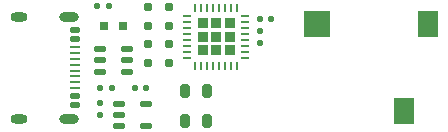
<source format=gbr>
%TF.GenerationSoftware,KiCad,Pcbnew,8.0.1-8.0.1-1~ubuntu22.04.1*%
%TF.CreationDate,2024-03-29T11:51:52+01:00*%
%TF.ProjectId,usb2mid,75736232-6d69-4642-9e6b-696361645f70,rev?*%
%TF.SameCoordinates,Original*%
%TF.FileFunction,Paste,Top*%
%TF.FilePolarity,Positive*%
%FSLAX46Y46*%
G04 Gerber Fmt 4.6, Leading zero omitted, Abs format (unit mm)*
G04 Created by KiCad (PCBNEW 8.0.1-8.0.1-1~ubuntu22.04.1) date 2024-03-29 11:51:52*
%MOMM*%
%LPD*%
G01*
G04 APERTURE LIST*
G04 Aperture macros list*
%AMRoundRect*
0 Rectangle with rounded corners*
0 $1 Rounding radius*
0 $2 $3 $4 $5 $6 $7 $8 $9 X,Y pos of 4 corners*
0 Add a 4 corners polygon primitive as box body*
4,1,4,$2,$3,$4,$5,$6,$7,$8,$9,$2,$3,0*
0 Add four circle primitives for the rounded corners*
1,1,$1+$1,$2,$3*
1,1,$1+$1,$4,$5*
1,1,$1+$1,$6,$7*
1,1,$1+$1,$8,$9*
0 Add four rect primitives between the rounded corners*
20,1,$1+$1,$2,$3,$4,$5,0*
20,1,$1+$1,$4,$5,$6,$7,0*
20,1,$1+$1,$6,$7,$8,$9,0*
20,1,$1+$1,$8,$9,$2,$3,0*%
G04 Aperture macros list end*
%ADD10RoundRect,0.120000X-0.340000X0.120000X-0.340000X-0.120000X0.340000X-0.120000X0.340000X0.120000X0*%
%ADD11RoundRect,0.060000X-0.400000X0.060000X-0.400000X-0.060000X0.400000X-0.060000X0.400000X0.060000X0*%
%ADD12O,1.680000X0.800000*%
%ADD13O,1.440000X0.800000*%
%ADD14RoundRect,0.112000X-0.136000X0.112000X-0.136000X-0.112000X0.136000X-0.112000X0.136000X0.112000X0*%
%ADD15RoundRect,0.112000X0.112000X0.136000X-0.112000X0.136000X-0.112000X-0.136000X0.112000X-0.136000X0*%
%ADD16RoundRect,0.112000X0.136000X-0.112000X0.136000X0.112000X-0.136000X0.112000X-0.136000X-0.112000X0*%
%ADD17RoundRect,0.175000X-0.205000X0.175000X-0.205000X-0.175000X0.205000X-0.175000X0.205000X0.175000X0*%
%ADD18RoundRect,0.120000X-0.410000X-0.120000X0.410000X-0.120000X0.410000X0.120000X-0.410000X0.120000X0*%
%ADD19RoundRect,0.160000X-0.220000X0.160000X-0.220000X-0.160000X0.220000X-0.160000X0.220000X0.160000X0*%
%ADD20RoundRect,0.200000X-0.210000X-0.360000X0.210000X-0.360000X0.210000X0.360000X-0.210000X0.360000X0*%
%ADD21R,1.760000X2.240000*%
%ADD22R,2.240000X2.240000*%
%ADD23RoundRect,0.180000X-0.180000X-0.200000X0.180000X-0.200000X0.180000X0.200000X-0.180000X0.200000X0*%
%ADD24RoundRect,0.112000X-0.112000X-0.136000X0.112000X-0.136000X0.112000X0.136000X-0.112000X0.136000X0*%
%ADD25RoundRect,0.232500X0.232500X0.232500X-0.232500X0.232500X-0.232500X-0.232500X0.232500X-0.232500X0*%
%ADD26RoundRect,0.050000X0.300000X0.050000X-0.300000X0.050000X-0.300000X-0.050000X0.300000X-0.050000X0*%
%ADD27RoundRect,0.050000X0.050000X0.300000X-0.050000X0.300000X-0.050000X-0.300000X0.050000X-0.300000X0*%
%ADD28RoundRect,0.120000X0.410000X0.120000X-0.410000X0.120000X-0.410000X-0.120000X0.410000X-0.120000X0*%
%ADD29RoundRect,0.108000X-0.108000X-0.148000X0.108000X-0.148000X0.108000X0.148000X-0.108000X0.148000X0*%
G04 APERTURE END LIST*
D10*
%TO.C,J1*%
X28780000Y-46800000D03*
X28780000Y-47600000D03*
D11*
X28780000Y-48750000D03*
X28780000Y-49750000D03*
X28780000Y-50250000D03*
X28780000Y-51250000D03*
D10*
X28780000Y-52400000D03*
X28780000Y-53200000D03*
X28780000Y-53200000D03*
X28780000Y-52400000D03*
D11*
X28780000Y-51750000D03*
X28780000Y-50750000D03*
X28780000Y-49250000D03*
X28780000Y-48250000D03*
D10*
X28780000Y-47600000D03*
X28780000Y-46800000D03*
D12*
X28205000Y-45680000D03*
D13*
X24025000Y-45680000D03*
D12*
X28205000Y-54320000D03*
D13*
X24025000Y-54320000D03*
%TD*%
D14*
%TO.C,C3*%
X30900000Y-53020000D03*
X30900000Y-53980000D03*
%TD*%
D15*
%TO.C,C4*%
X34780000Y-51700000D03*
X33820000Y-51700000D03*
%TD*%
D16*
%TO.C,C1*%
X44400000Y-47880000D03*
X44400000Y-46920000D03*
%TD*%
D17*
%TO.C,D1*%
X34900000Y-44912500D03*
X34900000Y-46487500D03*
%TD*%
D18*
%TO.C,U3*%
X32462500Y-53050000D03*
X32462500Y-54000000D03*
X32462500Y-54950000D03*
X34737500Y-54950000D03*
X34737500Y-53050000D03*
%TD*%
D19*
%TO.C,R6*%
X36700000Y-47975000D03*
X36700000Y-49625000D03*
%TD*%
D20*
%TO.C,R4*%
X38087500Y-52000000D03*
X39912500Y-52000000D03*
%TD*%
D21*
%TO.C,J2*%
X56600000Y-53700000D03*
X58600000Y-46300000D03*
D22*
X49200000Y-46300000D03*
%TD*%
D23*
%TO.C,C7*%
X31225000Y-46500000D03*
X32775000Y-46500000D03*
%TD*%
D17*
%TO.C,D2*%
X36700000Y-44912500D03*
X36700000Y-46487500D03*
%TD*%
D24*
%TO.C,C5*%
X44420000Y-45900000D03*
X45380000Y-45900000D03*
%TD*%
D25*
%TO.C,U1*%
X41850000Y-48550000D03*
X41850000Y-47400000D03*
X41850000Y-46250000D03*
X40700000Y-48550000D03*
X40700000Y-47400000D03*
X40700000Y-46250000D03*
X39550000Y-48550000D03*
X39550000Y-47400000D03*
X39550000Y-46250000D03*
D26*
X43137500Y-49150000D03*
X43137500Y-48650000D03*
X43137500Y-48150000D03*
X43137500Y-47650000D03*
X43137500Y-47150000D03*
X43137500Y-46650000D03*
X43137500Y-46150000D03*
X43137500Y-45650000D03*
D27*
X42450000Y-44962500D03*
X41950000Y-44962500D03*
X41450000Y-44962500D03*
X40950000Y-44962500D03*
X40450000Y-44962500D03*
X39950000Y-44962500D03*
X39450000Y-44962500D03*
X38950000Y-44962500D03*
D26*
X38262500Y-45650000D03*
X38262500Y-46150000D03*
X38262500Y-46650000D03*
X38262500Y-47150000D03*
X38262500Y-47650000D03*
X38262500Y-48150000D03*
X38262500Y-48650000D03*
X38262500Y-49150000D03*
D27*
X38950000Y-49837500D03*
X39450000Y-49837500D03*
X39950000Y-49837500D03*
X40450000Y-49837500D03*
X40950000Y-49837500D03*
X41450000Y-49837500D03*
X41950000Y-49837500D03*
X42450000Y-49837500D03*
%TD*%
D28*
%TO.C,U2*%
X33137500Y-50350000D03*
X33137500Y-49400000D03*
X33137500Y-48450000D03*
X30862500Y-48450000D03*
X30862500Y-49400000D03*
X30862500Y-50350000D03*
%TD*%
D19*
%TO.C,R5*%
X34900000Y-47975000D03*
X34900000Y-49625000D03*
%TD*%
D29*
%TO.C,R2*%
X30890000Y-51700000D03*
X31910000Y-51700000D03*
%TD*%
%TO.C,R1*%
X30590000Y-44800000D03*
X31610000Y-44800000D03*
%TD*%
D20*
%TO.C,R3*%
X38087500Y-54500000D03*
X39912500Y-54500000D03*
%TD*%
M02*

</source>
